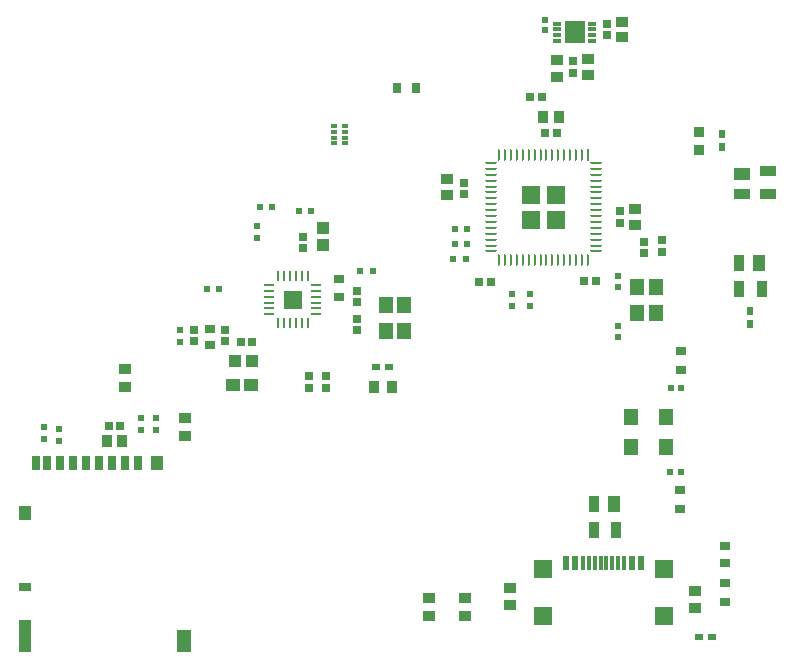
<source format=gtp>
G04*
G04 #@! TF.GenerationSoftware,Altium Limited,Altium Designer,24.4.1 (13)*
G04*
G04 Layer_Color=8421504*
%FSLAX44Y44*%
%MOMM*%
G71*
G04*
G04 #@! TF.SameCoordinates,A3252435-666A-4F3B-8FA1-24D8921DAC19*
G04*
G04*
G04 #@! TF.FilePolarity,Positive*
G04*
G01*
G75*
%ADD20R,1.5179X1.5179*%
%ADD21R,1.5179X1.5179*%
%ADD22R,1.6128X1.6128*%
%ADD23R,0.9300X0.9800*%
%ADD24R,0.6000X0.7500*%
%ADD25R,0.9500X0.9000*%
%ADD26R,0.7200X0.7600*%
%ADD27R,0.9800X0.9300*%
%ADD28R,0.7500X0.3000*%
%ADD29R,1.7500X1.9000*%
%ADD30R,0.6200X0.6000*%
%ADD31R,1.0000X0.8500*%
%ADD32R,0.7000X1.2000*%
%ADD33R,1.0000X1.2000*%
%ADD34R,1.0000X0.8000*%
%ADD35R,1.0000X2.8000*%
%ADD36R,1.3000X1.9000*%
%ADD37R,0.1925X0.9889*%
G04:AMPARAMS|DCode=38|XSize=0.9889mm|YSize=0.1925mm|CornerRadius=0.0962mm|HoleSize=0mm|Usage=FLASHONLY|Rotation=270.000|XOffset=0mm|YOffset=0mm|HoleType=Round|Shape=RoundedRectangle|*
%AMROUNDEDRECTD38*
21,1,0.9889,0.0000,0,0,270.0*
21,1,0.7964,0.1925,0,0,270.0*
1,1,0.1925,0.0000,-0.3982*
1,1,0.1925,0.0000,0.3982*
1,1,0.1925,0.0000,0.3982*
1,1,0.1925,0.0000,-0.3982*
%
%ADD38ROUNDEDRECTD38*%
G04:AMPARAMS|DCode=39|XSize=0.1925mm|YSize=0.9889mm|CornerRadius=0.0962mm|HoleSize=0mm|Usage=FLASHONLY|Rotation=270.000|XOffset=0mm|YOffset=0mm|HoleType=Round|Shape=RoundedRectangle|*
%AMROUNDEDRECTD39*
21,1,0.1925,0.7964,0,0,270.0*
21,1,0.0000,0.9889,0,0,270.0*
1,1,0.1925,-0.3982,0.0000*
1,1,0.1925,-0.3982,0.0000*
1,1,0.1925,0.3982,0.0000*
1,1,0.1925,0.3982,0.0000*
%
%ADD39ROUNDEDRECTD39*%
%ADD40R,1.1500X1.4000*%
%ADD41R,0.5000X0.4000*%
%ADD42R,0.5000X0.3000*%
%ADD43R,0.6000X1.1500*%
%ADD44R,0.3000X1.1500*%
%ADD45R,1.5000X1.5000*%
G04:AMPARAMS|DCode=46|XSize=0.2425mm|YSize=0.8937mm|CornerRadius=0.1212mm|HoleSize=0mm|Usage=FLASHONLY|Rotation=90.000|XOffset=0mm|YOffset=0mm|HoleType=Round|Shape=RoundedRectangle|*
%AMROUNDEDRECTD46*
21,1,0.2425,0.6512,0,0,90.0*
21,1,0.0000,0.8937,0,0,90.0*
1,1,0.2425,0.3256,0.0000*
1,1,0.2425,0.3256,0.0000*
1,1,0.2425,-0.3256,0.0000*
1,1,0.2425,-0.3256,0.0000*
%
%ADD46ROUNDEDRECTD46*%
G04:AMPARAMS|DCode=47|XSize=0.8937mm|YSize=0.2425mm|CornerRadius=0.1212mm|HoleSize=0mm|Usage=FLASHONLY|Rotation=90.000|XOffset=0mm|YOffset=0mm|HoleType=Round|Shape=RoundedRectangle|*
%AMROUNDEDRECTD47*
21,1,0.8937,0.0000,0,0,90.0*
21,1,0.6512,0.2425,0,0,90.0*
1,1,0.2425,0.0000,0.3256*
1,1,0.2425,0.0000,-0.3256*
1,1,0.2425,0.0000,-0.3256*
1,1,0.2425,0.0000,0.3256*
%
%ADD47ROUNDEDRECTD47*%
%ADD48R,0.2425X0.8937*%
%ADD49R,0.7600X0.7200*%
%ADD50R,0.5000X0.4750*%
%ADD51R,0.9000X0.6500*%
%ADD52R,0.9500X1.0000*%
%ADD53R,0.7500X0.6000*%
%ADD54R,0.9000X1.4000*%
%ADD55R,1.1000X1.4000*%
%ADD56R,0.9400X0.7300*%
%ADD57R,1.3061X1.0582*%
%ADD58R,1.1051X1.0062*%
%ADD59R,0.9500X0.8000*%
%ADD60R,1.3000X1.4000*%
%ADD61R,0.6153X0.5725*%
%ADD62R,0.7154X0.6725*%
%ADD63R,0.6725X0.7154*%
%ADD64R,0.4750X0.5000*%
%ADD65R,0.6725X0.7653*%
%ADD66R,1.2000X1.4000*%
%ADD67R,1.0062X1.1051*%
%ADD68R,0.8000X0.9500*%
%ADD69R,1.4000X0.9000*%
%ADD70R,1.4000X1.1000*%
%ADD71R,0.7000X0.6100*%
%ADD72R,0.6100X0.7000*%
D20*
X456340Y539599D02*
D03*
X456340Y518540D02*
D03*
X435281Y539600D02*
D03*
D21*
Y518540D02*
D03*
D22*
X233680Y450850D02*
D03*
D23*
X76050Y331470D02*
D03*
X89050D02*
D03*
X445620Y605790D02*
D03*
X458620D02*
D03*
D24*
X596900Y590730D02*
D03*
Y579730D02*
D03*
D25*
X577850Y592850D02*
D03*
Y577850D02*
D03*
D26*
X499350Y684470D02*
D03*
Y674670D02*
D03*
X471170Y652600D02*
D03*
Y642800D02*
D03*
X378460Y549730D02*
D03*
X176530Y415470D02*
D03*
Y425270D02*
D03*
X149860Y425270D02*
D03*
Y415470D02*
D03*
X510540Y515800D02*
D03*
Y525600D02*
D03*
X546141Y491150D02*
D03*
Y500950D02*
D03*
X261620Y385720D02*
D03*
Y375920D02*
D03*
X247650D02*
D03*
Y385720D02*
D03*
X242570Y494210D02*
D03*
Y504010D02*
D03*
D27*
X512050Y673220D02*
D03*
Y686220D02*
D03*
X483870Y654200D02*
D03*
Y641200D02*
D03*
X364490Y552600D02*
D03*
Y539600D02*
D03*
X523240Y514200D02*
D03*
Y527200D02*
D03*
D28*
X487219Y669576D02*
D03*
Y674576D02*
D03*
Y679576D02*
D03*
Y684576D02*
D03*
X457219D02*
D03*
Y679576D02*
D03*
Y674576D02*
D03*
Y669576D02*
D03*
D29*
X472219Y677076D02*
D03*
D30*
X446666Y687870D02*
D03*
Y678670D02*
D03*
X509270Y461490D02*
D03*
Y470690D02*
D03*
Y419580D02*
D03*
Y428780D02*
D03*
D31*
X457200Y653930D02*
D03*
Y638930D02*
D03*
X91440Y377190D02*
D03*
Y392190D02*
D03*
X142240Y350400D02*
D03*
Y335400D02*
D03*
X574040Y204350D02*
D03*
Y189350D02*
D03*
X379730Y183120D02*
D03*
Y198120D02*
D03*
X349250Y198000D02*
D03*
Y183000D02*
D03*
X417830Y206890D02*
D03*
Y191890D02*
D03*
D32*
X102680Y312880D02*
D03*
X91680D02*
D03*
X80680D02*
D03*
X69680D02*
D03*
X58680D02*
D03*
X47680D02*
D03*
X36680D02*
D03*
X25680D02*
D03*
X16180D02*
D03*
D33*
X118180D02*
D03*
X6680Y269880D02*
D03*
D34*
Y207890D02*
D03*
D35*
Y166390D02*
D03*
D36*
X141680Y161880D02*
D03*
D37*
X483311Y573479D02*
D03*
D38*
X478311D02*
D03*
X473311D02*
D03*
X468311D02*
D03*
X463311D02*
D03*
X458311D02*
D03*
X453311D02*
D03*
X448311D02*
D03*
X443311D02*
D03*
X438311D02*
D03*
X433311D02*
D03*
X428311D02*
D03*
X423311D02*
D03*
X418311D02*
D03*
X413311D02*
D03*
X408311D02*
D03*
Y484661D02*
D03*
X413311D02*
D03*
X418311D02*
D03*
X423311D02*
D03*
X428311D02*
D03*
X433311D02*
D03*
X438311D02*
D03*
X443311D02*
D03*
X448311D02*
D03*
X453311D02*
D03*
X458311D02*
D03*
X463311D02*
D03*
X468311D02*
D03*
X478311D02*
D03*
X483311D02*
D03*
X473311D02*
D03*
D39*
X401401Y566570D02*
D03*
Y561570D02*
D03*
Y556570D02*
D03*
Y551570D02*
D03*
Y546570D02*
D03*
Y541570D02*
D03*
Y536570D02*
D03*
Y531570D02*
D03*
Y526570D02*
D03*
Y521570D02*
D03*
Y516570D02*
D03*
Y511570D02*
D03*
Y506570D02*
D03*
Y501570D02*
D03*
Y496570D02*
D03*
Y491570D02*
D03*
X490220D02*
D03*
Y496570D02*
D03*
Y501570D02*
D03*
Y506570D02*
D03*
Y511570D02*
D03*
Y516570D02*
D03*
Y521570D02*
D03*
Y526570D02*
D03*
Y531570D02*
D03*
Y536570D02*
D03*
Y541570D02*
D03*
Y546570D02*
D03*
Y551570D02*
D03*
Y556570D02*
D03*
Y561570D02*
D03*
Y566570D02*
D03*
D40*
X540820Y439850D02*
D03*
Y461850D02*
D03*
X524810D02*
D03*
Y439850D02*
D03*
D41*
X268130Y598010D02*
D03*
Y583010D02*
D03*
X278130D02*
D03*
Y598010D02*
D03*
D42*
X268130Y593010D02*
D03*
Y588010D02*
D03*
X278130D02*
D03*
Y593010D02*
D03*
D43*
X464570Y228210D02*
D03*
X472570D02*
D03*
X520570D02*
D03*
X528570D02*
D03*
D44*
X484070D02*
D03*
X499070D02*
D03*
X509070D02*
D03*
X514070D02*
D03*
X489070D02*
D03*
X479070D02*
D03*
X494070D02*
D03*
X504070D02*
D03*
D45*
X445370Y222460D02*
D03*
X547770D02*
D03*
X445370Y183160D02*
D03*
X547770D02*
D03*
D46*
X213795Y438350D02*
D03*
Y443350D02*
D03*
Y448350D02*
D03*
Y453350D02*
D03*
Y458350D02*
D03*
Y463350D02*
D03*
X253565D02*
D03*
Y458350D02*
D03*
Y453350D02*
D03*
Y448350D02*
D03*
Y443350D02*
D03*
Y438350D02*
D03*
D47*
X221180Y470735D02*
D03*
X226180D02*
D03*
X231180D02*
D03*
X236180D02*
D03*
X241180D02*
D03*
X246180D02*
D03*
Y430965D02*
D03*
X241180D02*
D03*
X236180D02*
D03*
X231180D02*
D03*
X226180D02*
D03*
D48*
X221180D02*
D03*
D49*
X77650Y344170D02*
D03*
X87450D02*
D03*
X378460Y539930D02*
D03*
X199390Y415290D02*
D03*
X189590D02*
D03*
X401320Y466090D02*
D03*
X391520D02*
D03*
X490081Y466840D02*
D03*
X480281D02*
D03*
X447220Y591820D02*
D03*
X457020Y591820D02*
D03*
D50*
X118110Y340320D02*
D03*
Y350560D02*
D03*
X105410Y340320D02*
D03*
Y350560D02*
D03*
X419100Y455975D02*
D03*
Y445725D02*
D03*
X434340D02*
D03*
Y455975D02*
D03*
X35560Y341670D02*
D03*
Y331430D02*
D03*
X22860Y342940D02*
D03*
Y332700D02*
D03*
X138430Y425490D02*
D03*
Y415250D02*
D03*
X203200Y502920D02*
D03*
Y513160D02*
D03*
D51*
X273050Y453390D02*
D03*
Y467890D02*
D03*
X599440Y227700D02*
D03*
Y242200D02*
D03*
D52*
X301880Y377190D02*
D03*
X317880D02*
D03*
D53*
X304380Y393700D02*
D03*
X315380D02*
D03*
D54*
X507340Y255700D02*
D03*
X488340Y277700D02*
D03*
Y255700D02*
D03*
X611530Y482170D02*
D03*
Y460170D02*
D03*
X630530D02*
D03*
D55*
X505340Y277700D02*
D03*
X628530Y482170D02*
D03*
D56*
X163830Y412000D02*
D03*
Y426200D02*
D03*
D57*
X182739Y378460D02*
D03*
X198261D02*
D03*
D58*
X198776Y398780D02*
D03*
X184764D02*
D03*
D59*
X562610Y407160D02*
D03*
Y391160D02*
D03*
X561340Y273940D02*
D03*
Y289940D02*
D03*
X599440Y195200D02*
D03*
Y211200D02*
D03*
D60*
X549170Y351790D02*
D03*
X520170D02*
D03*
X549170Y326390D02*
D03*
X520170D02*
D03*
D61*
X562610Y375920D02*
D03*
X554039D02*
D03*
X561816Y304800D02*
D03*
X553244D02*
D03*
D62*
X434634Y622300D02*
D03*
X444206D02*
D03*
D63*
X530901Y499566D02*
D03*
Y489994D02*
D03*
D64*
X161210Y459740D02*
D03*
X171450D02*
D03*
X369525Y485140D02*
D03*
X379775D02*
D03*
X238720Y525780D02*
D03*
X248960D02*
D03*
X370795Y510540D02*
D03*
X381045D02*
D03*
X370795Y497840D02*
D03*
X381045D02*
D03*
X301030Y474980D02*
D03*
X290790D02*
D03*
X205660Y529630D02*
D03*
X215900D02*
D03*
D65*
X288290Y425450D02*
D03*
Y434521D02*
D03*
Y448854D02*
D03*
Y457926D02*
D03*
D66*
X328040Y424610D02*
D03*
Y446610D02*
D03*
X312040D02*
D03*
Y424610D02*
D03*
D67*
X259080Y497184D02*
D03*
Y511196D02*
D03*
D68*
X337820Y629920D02*
D03*
X321820D02*
D03*
D69*
X635840Y559410D02*
D03*
Y540410D02*
D03*
X613840D02*
D03*
D70*
Y557410D02*
D03*
D71*
X588430Y165100D02*
D03*
X577430D02*
D03*
D72*
X621030Y430110D02*
D03*
Y441110D02*
D03*
M02*

</source>
